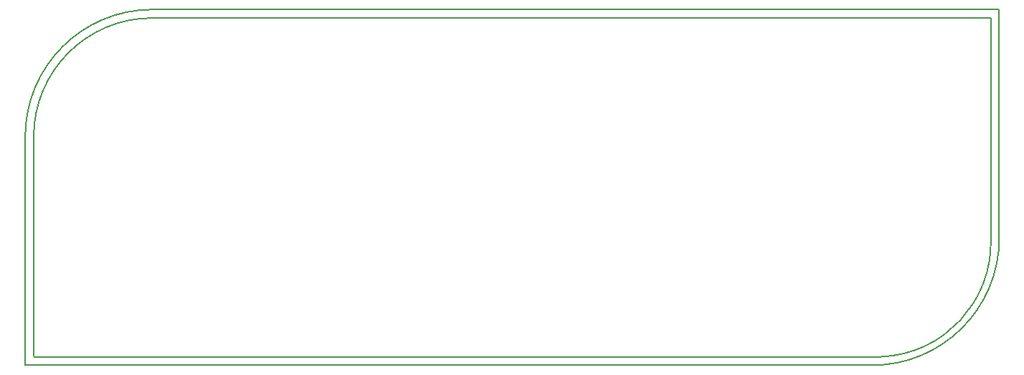
<source format=gm1>
G04*
G04 #@! TF.GenerationSoftware,Altium Limited,Altium Designer,18.1.9 (240)*
G04*
G04 Layer_Color=16711935*
%FSLAX25Y25*%
%MOIN*%
G70*
G01*
G75*
%ADD14C,0.00787*%
D14*
X397638Y3937D02*
G03*
X448819Y59055I-1969J53150D01*
G01*
X59055Y161417D02*
G03*
X3937Y106299I0J-55118D01*
G01*
X393701Y0D02*
G03*
X452756Y59055I-0J59055D01*
G01*
X59055Y165354D02*
G03*
X0Y106299I0J-59055D01*
G01*
X3937Y4412D02*
X4412Y3937D01*
X397638D01*
X448819Y59055D02*
Y161417D01*
X59055D02*
X448819D01*
X3937Y4412D02*
Y106299D01*
X354331Y0D02*
X393701D01*
X452756Y59055D02*
Y165354D01*
X413386D02*
X452756D01*
X303150Y0D02*
X354331D01*
X362205Y165354D02*
X413386D01*
X0Y0D02*
X303150D01*
X0D02*
Y106299D01*
X59055Y165354D02*
X362205D01*
M02*

</source>
